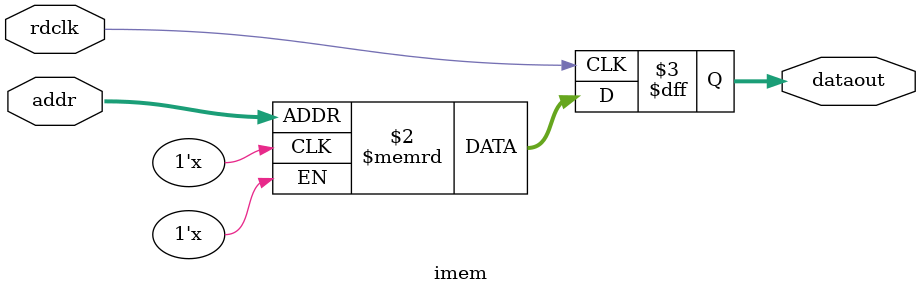
<source format=v>
module imem(
	input  [31:0] addr,
	input  rdclk,
	output reg [31:0] dataout
);

//add your code here
reg [31:0] ram [32767:0];


always @ (posedge rdclk)
begin
	dataout <= ram[addr];
end

endmodule

</source>
